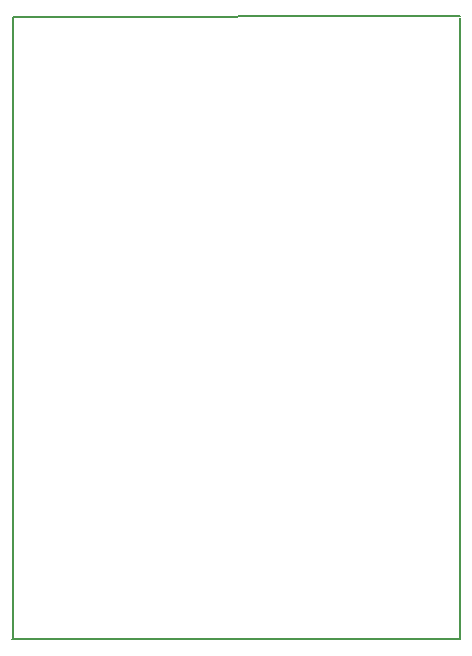
<source format=gbr>
G04 #@! TF.FileFunction,Profile,NP*
%FSLAX46Y46*%
G04 Gerber Fmt 4.6, Leading zero omitted, Abs format (unit mm)*
G04 Created by KiCad (PCBNEW 4.0.7) date 03/25/18 12:18:46*
%MOMM*%
%LPD*%
G01*
G04 APERTURE LIST*
%ADD10C,0.100000*%
%ADD11C,0.150000*%
G04 APERTURE END LIST*
D10*
D11*
X-25000Y52700000D02*
X37875000Y52725000D01*
X-25000Y-25000D02*
X-25000Y52700000D01*
X37875000Y0D02*
X-75000Y-25000D01*
X37875000Y52625000D02*
X37850000Y0D01*
M02*

</source>
